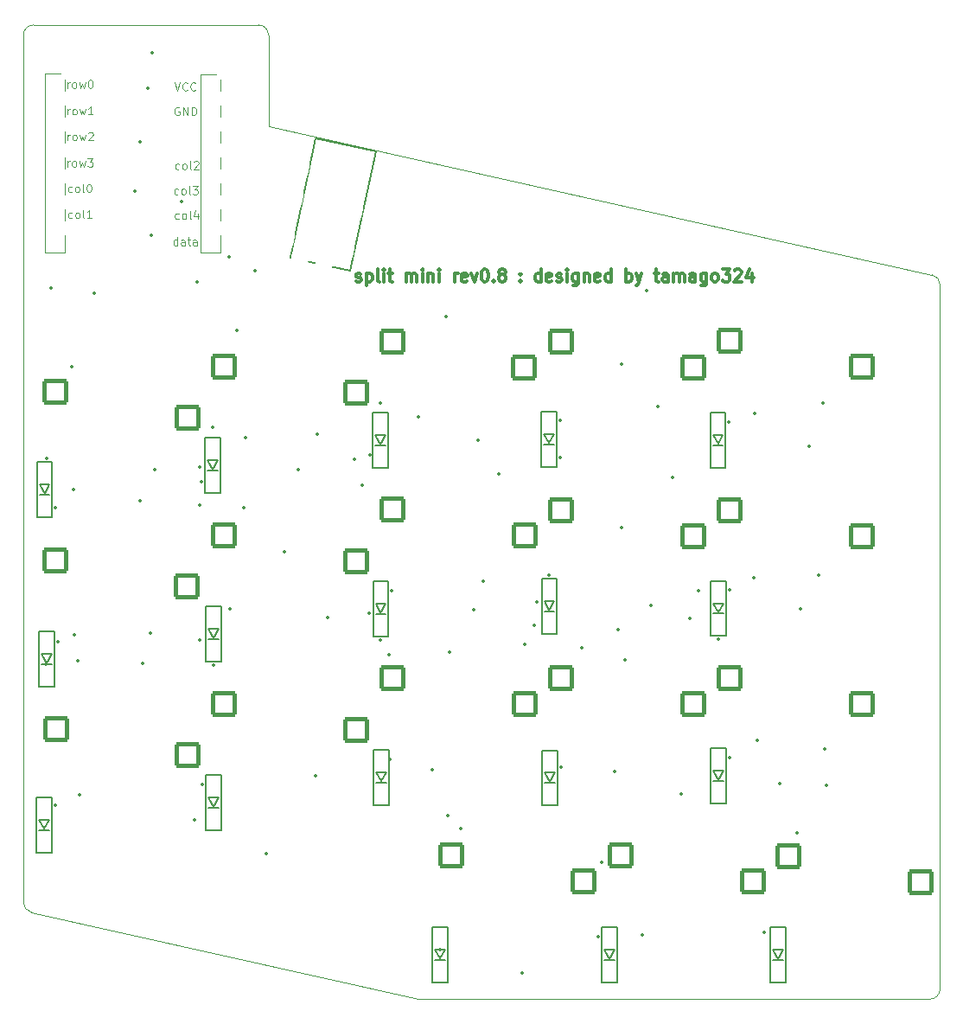
<source format=gto>
%TF.GenerationSoftware,KiCad,Pcbnew,(6.0.6)*%
%TF.CreationDate,2022-11-27T23:56:06+09:00*%
%TF.ProjectId,split-mini,73706c69-742d-46d6-996e-692e6b696361,rev?*%
%TF.SameCoordinates,Original*%
%TF.FileFunction,Legend,Top*%
%TF.FilePolarity,Positive*%
%FSLAX46Y46*%
G04 Gerber Fmt 4.6, Leading zero omitted, Abs format (unit mm)*
G04 Created by KiCad (PCBNEW (6.0.6)) date 2022-11-27 23:56:06*
%MOMM*%
%LPD*%
G01*
G04 APERTURE LIST*
G04 Aperture macros list*
%AMRoundRect*
0 Rectangle with rounded corners*
0 $1 Rounding radius*
0 $2 $3 $4 $5 $6 $7 $8 $9 X,Y pos of 4 corners*
0 Add a 4 corners polygon primitive as box body*
4,1,4,$2,$3,$4,$5,$6,$7,$8,$9,$2,$3,0*
0 Add four circle primitives for the rounded corners*
1,1,$1+$1,$2,$3*
1,1,$1+$1,$4,$5*
1,1,$1+$1,$6,$7*
1,1,$1+$1,$8,$9*
0 Add four rect primitives between the rounded corners*
20,1,$1+$1,$2,$3,$4,$5,0*
20,1,$1+$1,$4,$5,$6,$7,0*
20,1,$1+$1,$6,$7,$8,$9,0*
20,1,$1+$1,$8,$9,$2,$3,0*%
%AMHorizOval*
0 Thick line with rounded ends*
0 $1 width*
0 $2 $3 position (X,Y) of the first rounded end (center of the circle)*
0 $4 $5 position (X,Y) of the second rounded end (center of the circle)*
0 Add line between two ends*
20,1,$1,$2,$3,$4,$5,0*
0 Add two circle primitives to create the rounded ends*
1,1,$1,$2,$3*
1,1,$1,$4,$5*%
G04 Aperture macros list end*
%TA.AperFunction,Profile*%
%ADD10C,0.100000*%
%TD*%
%ADD11C,0.300000*%
%ADD12C,0.100000*%
%ADD13C,0.150000*%
%ADD14C,0.120000*%
%ADD15C,1.200000*%
%ADD16HorizOval,1.700000X-0.083165X-0.391259X0.083165X0.391259X0*%
%ADD17C,1.600000*%
%ADD18C,0.350000*%
%ADD19HorizOval,1.000000X-0.051978X-0.244537X0.051978X0.244537X0*%
%ADD20R,0.950000X1.300000*%
%ADD21C,1.701800*%
%ADD22C,3.987800*%
%ADD23C,3.000000*%
%ADD24RoundRect,0.200000X-1.075000X-1.050000X1.075000X-1.050000X1.075000X1.050000X-1.075000X1.050000X0*%
%ADD25C,5.000000*%
G04 APERTURE END LIST*
D10*
X113700000Y-47980000D02*
X48706692Y-33440758D01*
X114481692Y-117888869D02*
X114481692Y-48955880D01*
X25706692Y-23513892D02*
G75*
G03*
X24706692Y-24513869I8J-1000008D01*
G01*
X113481692Y-118888892D02*
G75*
G03*
X114481692Y-117888869I8J999992D01*
G01*
X114481737Y-48955880D02*
G75*
G03*
X113700000Y-47980000I-1000137J-120D01*
G01*
X63592178Y-118888869D02*
X113481692Y-118888869D01*
X25488384Y-110389626D02*
X63373870Y-118864748D01*
X63373868Y-118864755D02*
G75*
G03*
X63592178Y-118888869I218232J975455D01*
G01*
X24706692Y-24513869D02*
X24706692Y-109413746D01*
X24706653Y-109413746D02*
G75*
G03*
X25488384Y-110389626I1000047J46D01*
G01*
X47706692Y-23513869D02*
X25706692Y-23513869D01*
X48706731Y-24513869D02*
G75*
G03*
X47706692Y-23513869I-1000031J-31D01*
G01*
X48706692Y-24513869D02*
X48706692Y-33440758D01*
D11*
X57262857Y-48585714D02*
X57377142Y-48642857D01*
X57605714Y-48642857D01*
X57720000Y-48585714D01*
X57777142Y-48471428D01*
X57777142Y-48414285D01*
X57720000Y-48300000D01*
X57605714Y-48242857D01*
X57434285Y-48242857D01*
X57320000Y-48185714D01*
X57262857Y-48071428D01*
X57262857Y-48014285D01*
X57320000Y-47900000D01*
X57434285Y-47842857D01*
X57605714Y-47842857D01*
X57720000Y-47900000D01*
X58291428Y-47842857D02*
X58291428Y-49042857D01*
X58291428Y-47900000D02*
X58405714Y-47842857D01*
X58634285Y-47842857D01*
X58748571Y-47900000D01*
X58805714Y-47957142D01*
X58862857Y-48071428D01*
X58862857Y-48414285D01*
X58805714Y-48528571D01*
X58748571Y-48585714D01*
X58634285Y-48642857D01*
X58405714Y-48642857D01*
X58291428Y-48585714D01*
X59548571Y-48642857D02*
X59434285Y-48585714D01*
X59377142Y-48471428D01*
X59377142Y-47442857D01*
X60005714Y-48642857D02*
X60005714Y-47842857D01*
X60005714Y-47442857D02*
X59948571Y-47500000D01*
X60005714Y-47557142D01*
X60062857Y-47500000D01*
X60005714Y-47442857D01*
X60005714Y-47557142D01*
X60405714Y-47842857D02*
X60862857Y-47842857D01*
X60577142Y-47442857D02*
X60577142Y-48471428D01*
X60634285Y-48585714D01*
X60748571Y-48642857D01*
X60862857Y-48642857D01*
X62177142Y-48642857D02*
X62177142Y-47842857D01*
X62177142Y-47957142D02*
X62234285Y-47900000D01*
X62348571Y-47842857D01*
X62520000Y-47842857D01*
X62634285Y-47900000D01*
X62691428Y-48014285D01*
X62691428Y-48642857D01*
X62691428Y-48014285D02*
X62748571Y-47900000D01*
X62862857Y-47842857D01*
X63034285Y-47842857D01*
X63148571Y-47900000D01*
X63205714Y-48014285D01*
X63205714Y-48642857D01*
X63777142Y-48642857D02*
X63777142Y-47842857D01*
X63777142Y-47442857D02*
X63720000Y-47500000D01*
X63777142Y-47557142D01*
X63834285Y-47500000D01*
X63777142Y-47442857D01*
X63777142Y-47557142D01*
X64348571Y-47842857D02*
X64348571Y-48642857D01*
X64348571Y-47957142D02*
X64405714Y-47900000D01*
X64520000Y-47842857D01*
X64691428Y-47842857D01*
X64805714Y-47900000D01*
X64862857Y-48014285D01*
X64862857Y-48642857D01*
X65434285Y-48642857D02*
X65434285Y-47842857D01*
X65434285Y-47442857D02*
X65377142Y-47500000D01*
X65434285Y-47557142D01*
X65491428Y-47500000D01*
X65434285Y-47442857D01*
X65434285Y-47557142D01*
X66920000Y-48642857D02*
X66920000Y-47842857D01*
X66920000Y-48071428D02*
X66977142Y-47957142D01*
X67034285Y-47900000D01*
X67148571Y-47842857D01*
X67262857Y-47842857D01*
X68120000Y-48585714D02*
X68005714Y-48642857D01*
X67777142Y-48642857D01*
X67662857Y-48585714D01*
X67605714Y-48471428D01*
X67605714Y-48014285D01*
X67662857Y-47900000D01*
X67777142Y-47842857D01*
X68005714Y-47842857D01*
X68120000Y-47900000D01*
X68177142Y-48014285D01*
X68177142Y-48128571D01*
X67605714Y-48242857D01*
X68577142Y-47842857D02*
X68862857Y-48642857D01*
X69148571Y-47842857D01*
X69834285Y-47442857D02*
X69948571Y-47442857D01*
X70062857Y-47500000D01*
X70120000Y-47557142D01*
X70177142Y-47671428D01*
X70234285Y-47900000D01*
X70234285Y-48185714D01*
X70177142Y-48414285D01*
X70120000Y-48528571D01*
X70062857Y-48585714D01*
X69948571Y-48642857D01*
X69834285Y-48642857D01*
X69720000Y-48585714D01*
X69662857Y-48528571D01*
X69605714Y-48414285D01*
X69548571Y-48185714D01*
X69548571Y-47900000D01*
X69605714Y-47671428D01*
X69662857Y-47557142D01*
X69720000Y-47500000D01*
X69834285Y-47442857D01*
X70748571Y-48528571D02*
X70805714Y-48585714D01*
X70748571Y-48642857D01*
X70691428Y-48585714D01*
X70748571Y-48528571D01*
X70748571Y-48642857D01*
X71491428Y-47957142D02*
X71377142Y-47900000D01*
X71320000Y-47842857D01*
X71262857Y-47728571D01*
X71262857Y-47671428D01*
X71320000Y-47557142D01*
X71377142Y-47500000D01*
X71491428Y-47442857D01*
X71720000Y-47442857D01*
X71834285Y-47500000D01*
X71891428Y-47557142D01*
X71948571Y-47671428D01*
X71948571Y-47728571D01*
X71891428Y-47842857D01*
X71834285Y-47900000D01*
X71720000Y-47957142D01*
X71491428Y-47957142D01*
X71377142Y-48014285D01*
X71320000Y-48071428D01*
X71262857Y-48185714D01*
X71262857Y-48414285D01*
X71320000Y-48528571D01*
X71377142Y-48585714D01*
X71491428Y-48642857D01*
X71720000Y-48642857D01*
X71834285Y-48585714D01*
X71891428Y-48528571D01*
X71948571Y-48414285D01*
X71948571Y-48185714D01*
X71891428Y-48071428D01*
X71834285Y-48014285D01*
X71720000Y-47957142D01*
X73377142Y-48528571D02*
X73434285Y-48585714D01*
X73377142Y-48642857D01*
X73320000Y-48585714D01*
X73377142Y-48528571D01*
X73377142Y-48642857D01*
X73377142Y-47900000D02*
X73434285Y-47957142D01*
X73377142Y-48014285D01*
X73320000Y-47957142D01*
X73377142Y-47900000D01*
X73377142Y-48014285D01*
X75377142Y-48642857D02*
X75377142Y-47442857D01*
X75377142Y-48585714D02*
X75262857Y-48642857D01*
X75034285Y-48642857D01*
X74920000Y-48585714D01*
X74862857Y-48528571D01*
X74805714Y-48414285D01*
X74805714Y-48071428D01*
X74862857Y-47957142D01*
X74920000Y-47900000D01*
X75034285Y-47842857D01*
X75262857Y-47842857D01*
X75377142Y-47900000D01*
X76405714Y-48585714D02*
X76291428Y-48642857D01*
X76062857Y-48642857D01*
X75948571Y-48585714D01*
X75891428Y-48471428D01*
X75891428Y-48014285D01*
X75948571Y-47900000D01*
X76062857Y-47842857D01*
X76291428Y-47842857D01*
X76405714Y-47900000D01*
X76462857Y-48014285D01*
X76462857Y-48128571D01*
X75891428Y-48242857D01*
X76920000Y-48585714D02*
X77034285Y-48642857D01*
X77262857Y-48642857D01*
X77377142Y-48585714D01*
X77434285Y-48471428D01*
X77434285Y-48414285D01*
X77377142Y-48300000D01*
X77262857Y-48242857D01*
X77091428Y-48242857D01*
X76977142Y-48185714D01*
X76920000Y-48071428D01*
X76920000Y-48014285D01*
X76977142Y-47900000D01*
X77091428Y-47842857D01*
X77262857Y-47842857D01*
X77377142Y-47900000D01*
X77948571Y-48642857D02*
X77948571Y-47842857D01*
X77948571Y-47442857D02*
X77891428Y-47500000D01*
X77948571Y-47557142D01*
X78005714Y-47500000D01*
X77948571Y-47442857D01*
X77948571Y-47557142D01*
X79034285Y-47842857D02*
X79034285Y-48814285D01*
X78977142Y-48928571D01*
X78920000Y-48985714D01*
X78805714Y-49042857D01*
X78634285Y-49042857D01*
X78520000Y-48985714D01*
X79034285Y-48585714D02*
X78920000Y-48642857D01*
X78691428Y-48642857D01*
X78577142Y-48585714D01*
X78520000Y-48528571D01*
X78462857Y-48414285D01*
X78462857Y-48071428D01*
X78520000Y-47957142D01*
X78577142Y-47900000D01*
X78691428Y-47842857D01*
X78920000Y-47842857D01*
X79034285Y-47900000D01*
X79605714Y-47842857D02*
X79605714Y-48642857D01*
X79605714Y-47957142D02*
X79662857Y-47900000D01*
X79777142Y-47842857D01*
X79948571Y-47842857D01*
X80062857Y-47900000D01*
X80120000Y-48014285D01*
X80120000Y-48642857D01*
X81148571Y-48585714D02*
X81034285Y-48642857D01*
X80805714Y-48642857D01*
X80691428Y-48585714D01*
X80634285Y-48471428D01*
X80634285Y-48014285D01*
X80691428Y-47900000D01*
X80805714Y-47842857D01*
X81034285Y-47842857D01*
X81148571Y-47900000D01*
X81205714Y-48014285D01*
X81205714Y-48128571D01*
X80634285Y-48242857D01*
X82234285Y-48642857D02*
X82234285Y-47442857D01*
X82234285Y-48585714D02*
X82120000Y-48642857D01*
X81891428Y-48642857D01*
X81777142Y-48585714D01*
X81720000Y-48528571D01*
X81662857Y-48414285D01*
X81662857Y-48071428D01*
X81720000Y-47957142D01*
X81777142Y-47900000D01*
X81891428Y-47842857D01*
X82120000Y-47842857D01*
X82234285Y-47900000D01*
X83720000Y-48642857D02*
X83720000Y-47442857D01*
X83720000Y-47900000D02*
X83834285Y-47842857D01*
X84062857Y-47842857D01*
X84177142Y-47900000D01*
X84234285Y-47957142D01*
X84291428Y-48071428D01*
X84291428Y-48414285D01*
X84234285Y-48528571D01*
X84177142Y-48585714D01*
X84062857Y-48642857D01*
X83834285Y-48642857D01*
X83720000Y-48585714D01*
X84691428Y-47842857D02*
X84977142Y-48642857D01*
X85262857Y-47842857D02*
X84977142Y-48642857D01*
X84862857Y-48928571D01*
X84805714Y-48985714D01*
X84691428Y-49042857D01*
X86462857Y-47842857D02*
X86920000Y-47842857D01*
X86634285Y-47442857D02*
X86634285Y-48471428D01*
X86691428Y-48585714D01*
X86805714Y-48642857D01*
X86920000Y-48642857D01*
X87834285Y-48642857D02*
X87834285Y-48014285D01*
X87777142Y-47900000D01*
X87662857Y-47842857D01*
X87434285Y-47842857D01*
X87320000Y-47900000D01*
X87834285Y-48585714D02*
X87720000Y-48642857D01*
X87434285Y-48642857D01*
X87320000Y-48585714D01*
X87262857Y-48471428D01*
X87262857Y-48357142D01*
X87320000Y-48242857D01*
X87434285Y-48185714D01*
X87720000Y-48185714D01*
X87834285Y-48128571D01*
X88405714Y-48642857D02*
X88405714Y-47842857D01*
X88405714Y-47957142D02*
X88462857Y-47900000D01*
X88577142Y-47842857D01*
X88748571Y-47842857D01*
X88862857Y-47900000D01*
X88920000Y-48014285D01*
X88920000Y-48642857D01*
X88920000Y-48014285D02*
X88977142Y-47900000D01*
X89091428Y-47842857D01*
X89262857Y-47842857D01*
X89377142Y-47900000D01*
X89434285Y-48014285D01*
X89434285Y-48642857D01*
X90520000Y-48642857D02*
X90520000Y-48014285D01*
X90462857Y-47900000D01*
X90348571Y-47842857D01*
X90120000Y-47842857D01*
X90005714Y-47900000D01*
X90520000Y-48585714D02*
X90405714Y-48642857D01*
X90120000Y-48642857D01*
X90005714Y-48585714D01*
X89948571Y-48471428D01*
X89948571Y-48357142D01*
X90005714Y-48242857D01*
X90120000Y-48185714D01*
X90405714Y-48185714D01*
X90520000Y-48128571D01*
X91605714Y-47842857D02*
X91605714Y-48814285D01*
X91548571Y-48928571D01*
X91491428Y-48985714D01*
X91377142Y-49042857D01*
X91205714Y-49042857D01*
X91091428Y-48985714D01*
X91605714Y-48585714D02*
X91491428Y-48642857D01*
X91262857Y-48642857D01*
X91148571Y-48585714D01*
X91091428Y-48528571D01*
X91034285Y-48414285D01*
X91034285Y-48071428D01*
X91091428Y-47957142D01*
X91148571Y-47900000D01*
X91262857Y-47842857D01*
X91491428Y-47842857D01*
X91605714Y-47900000D01*
X92348571Y-48642857D02*
X92234285Y-48585714D01*
X92177142Y-48528571D01*
X92120000Y-48414285D01*
X92120000Y-48071428D01*
X92177142Y-47957142D01*
X92234285Y-47900000D01*
X92348571Y-47842857D01*
X92520000Y-47842857D01*
X92634285Y-47900000D01*
X92691428Y-47957142D01*
X92748571Y-48071428D01*
X92748571Y-48414285D01*
X92691428Y-48528571D01*
X92634285Y-48585714D01*
X92520000Y-48642857D01*
X92348571Y-48642857D01*
X93148571Y-47442857D02*
X93891428Y-47442857D01*
X93491428Y-47900000D01*
X93662857Y-47900000D01*
X93777142Y-47957142D01*
X93834285Y-48014285D01*
X93891428Y-48128571D01*
X93891428Y-48414285D01*
X93834285Y-48528571D01*
X93777142Y-48585714D01*
X93662857Y-48642857D01*
X93320000Y-48642857D01*
X93205714Y-48585714D01*
X93148571Y-48528571D01*
X94348571Y-47557142D02*
X94405714Y-47500000D01*
X94520000Y-47442857D01*
X94805714Y-47442857D01*
X94920000Y-47500000D01*
X94977142Y-47557142D01*
X95034285Y-47671428D01*
X95034285Y-47785714D01*
X94977142Y-47957142D01*
X94291428Y-48642857D01*
X95034285Y-48642857D01*
X96062857Y-47842857D02*
X96062857Y-48642857D01*
X95777142Y-47385714D02*
X95491428Y-48242857D01*
X96234285Y-48242857D01*
D12*
%TO.C,U1*%
X39960476Y-31605000D02*
X39884285Y-31566904D01*
X39770000Y-31566904D01*
X39655714Y-31605000D01*
X39579523Y-31681190D01*
X39541428Y-31757380D01*
X39503333Y-31909761D01*
X39503333Y-32024047D01*
X39541428Y-32176428D01*
X39579523Y-32252619D01*
X39655714Y-32328809D01*
X39770000Y-32366904D01*
X39846190Y-32366904D01*
X39960476Y-32328809D01*
X39998571Y-32290714D01*
X39998571Y-32024047D01*
X39846190Y-32024047D01*
X40341428Y-32366904D02*
X40341428Y-31566904D01*
X40798571Y-32366904D01*
X40798571Y-31566904D01*
X41179523Y-32366904D02*
X41179523Y-31566904D01*
X41370000Y-31566904D01*
X41484285Y-31605000D01*
X41560476Y-31681190D01*
X41598571Y-31757380D01*
X41636666Y-31909761D01*
X41636666Y-32024047D01*
X41598571Y-32176428D01*
X41560476Y-32252619D01*
X41484285Y-32328809D01*
X41370000Y-32366904D01*
X41179523Y-32366904D01*
X29020952Y-29696904D02*
X29020952Y-29163571D01*
X29020952Y-29315952D02*
X29059047Y-29239761D01*
X29097142Y-29201666D01*
X29173333Y-29163571D01*
X29249523Y-29163571D01*
X29630476Y-29696904D02*
X29554285Y-29658809D01*
X29516190Y-29620714D01*
X29478095Y-29544523D01*
X29478095Y-29315952D01*
X29516190Y-29239761D01*
X29554285Y-29201666D01*
X29630476Y-29163571D01*
X29744761Y-29163571D01*
X29820952Y-29201666D01*
X29859047Y-29239761D01*
X29897142Y-29315952D01*
X29897142Y-29544523D01*
X29859047Y-29620714D01*
X29820952Y-29658809D01*
X29744761Y-29696904D01*
X29630476Y-29696904D01*
X30163809Y-29163571D02*
X30316190Y-29696904D01*
X30468571Y-29315952D01*
X30620952Y-29696904D01*
X30773333Y-29163571D01*
X31230476Y-28896904D02*
X31306666Y-28896904D01*
X31382857Y-28935000D01*
X31420952Y-28973095D01*
X31459047Y-29049285D01*
X31497142Y-29201666D01*
X31497142Y-29392142D01*
X31459047Y-29544523D01*
X31420952Y-29620714D01*
X31382857Y-29658809D01*
X31306666Y-29696904D01*
X31230476Y-29696904D01*
X31154285Y-29658809D01*
X31116190Y-29620714D01*
X31078095Y-29544523D01*
X31040000Y-29392142D01*
X31040000Y-29201666D01*
X31078095Y-29049285D01*
X31116190Y-28973095D01*
X31154285Y-28935000D01*
X31230476Y-28896904D01*
X39858095Y-40068809D02*
X39781904Y-40106904D01*
X39629523Y-40106904D01*
X39553333Y-40068809D01*
X39515238Y-40030714D01*
X39477142Y-39954523D01*
X39477142Y-39725952D01*
X39515238Y-39649761D01*
X39553333Y-39611666D01*
X39629523Y-39573571D01*
X39781904Y-39573571D01*
X39858095Y-39611666D01*
X40315238Y-40106904D02*
X40239047Y-40068809D01*
X40200952Y-40030714D01*
X40162857Y-39954523D01*
X40162857Y-39725952D01*
X40200952Y-39649761D01*
X40239047Y-39611666D01*
X40315238Y-39573571D01*
X40429523Y-39573571D01*
X40505714Y-39611666D01*
X40543809Y-39649761D01*
X40581904Y-39725952D01*
X40581904Y-39954523D01*
X40543809Y-40030714D01*
X40505714Y-40068809D01*
X40429523Y-40106904D01*
X40315238Y-40106904D01*
X41039047Y-40106904D02*
X40962857Y-40068809D01*
X40924761Y-39992619D01*
X40924761Y-39306904D01*
X41267619Y-39306904D02*
X41762857Y-39306904D01*
X41496190Y-39611666D01*
X41610476Y-39611666D01*
X41686666Y-39649761D01*
X41724761Y-39687857D01*
X41762857Y-39764047D01*
X41762857Y-39954523D01*
X41724761Y-40030714D01*
X41686666Y-40068809D01*
X41610476Y-40106904D01*
X41381904Y-40106904D01*
X41305714Y-40068809D01*
X41267619Y-40030714D01*
X39503333Y-29146904D02*
X39770000Y-29946904D01*
X40036666Y-29146904D01*
X40760476Y-29870714D02*
X40722380Y-29908809D01*
X40608095Y-29946904D01*
X40531904Y-29946904D01*
X40417619Y-29908809D01*
X40341428Y-29832619D01*
X40303333Y-29756428D01*
X40265238Y-29604047D01*
X40265238Y-29489761D01*
X40303333Y-29337380D01*
X40341428Y-29261190D01*
X40417619Y-29185000D01*
X40531904Y-29146904D01*
X40608095Y-29146904D01*
X40722380Y-29185000D01*
X40760476Y-29223095D01*
X41560476Y-29870714D02*
X41522380Y-29908809D01*
X41408095Y-29946904D01*
X41331904Y-29946904D01*
X41217619Y-29908809D01*
X41141428Y-29832619D01*
X41103333Y-29756428D01*
X41065238Y-29604047D01*
X41065238Y-29489761D01*
X41103333Y-29337380D01*
X41141428Y-29261190D01*
X41217619Y-29185000D01*
X41331904Y-29146904D01*
X41408095Y-29146904D01*
X41522380Y-29185000D01*
X41560476Y-29223095D01*
X29030952Y-32296904D02*
X29030952Y-31763571D01*
X29030952Y-31915952D02*
X29069047Y-31839761D01*
X29107142Y-31801666D01*
X29183333Y-31763571D01*
X29259523Y-31763571D01*
X29640476Y-32296904D02*
X29564285Y-32258809D01*
X29526190Y-32220714D01*
X29488095Y-32144523D01*
X29488095Y-31915952D01*
X29526190Y-31839761D01*
X29564285Y-31801666D01*
X29640476Y-31763571D01*
X29754761Y-31763571D01*
X29830952Y-31801666D01*
X29869047Y-31839761D01*
X29907142Y-31915952D01*
X29907142Y-32144523D01*
X29869047Y-32220714D01*
X29830952Y-32258809D01*
X29754761Y-32296904D01*
X29640476Y-32296904D01*
X30173809Y-31763571D02*
X30326190Y-32296904D01*
X30478571Y-31915952D01*
X30630952Y-32296904D01*
X30783333Y-31763571D01*
X31507142Y-32296904D02*
X31050000Y-32296904D01*
X31278571Y-32296904D02*
X31278571Y-31496904D01*
X31202380Y-31611190D01*
X31126190Y-31687380D01*
X31050000Y-31725476D01*
X29478095Y-42398809D02*
X29401904Y-42436904D01*
X29249523Y-42436904D01*
X29173333Y-42398809D01*
X29135238Y-42360714D01*
X29097142Y-42284523D01*
X29097142Y-42055952D01*
X29135238Y-41979761D01*
X29173333Y-41941666D01*
X29249523Y-41903571D01*
X29401904Y-41903571D01*
X29478095Y-41941666D01*
X29935238Y-42436904D02*
X29859047Y-42398809D01*
X29820952Y-42360714D01*
X29782857Y-42284523D01*
X29782857Y-42055952D01*
X29820952Y-41979761D01*
X29859047Y-41941666D01*
X29935238Y-41903571D01*
X30049523Y-41903571D01*
X30125714Y-41941666D01*
X30163809Y-41979761D01*
X30201904Y-42055952D01*
X30201904Y-42284523D01*
X30163809Y-42360714D01*
X30125714Y-42398809D01*
X30049523Y-42436904D01*
X29935238Y-42436904D01*
X30659047Y-42436904D02*
X30582857Y-42398809D01*
X30544761Y-42322619D01*
X30544761Y-41636904D01*
X31382857Y-42436904D02*
X30925714Y-42436904D01*
X31154285Y-42436904D02*
X31154285Y-41636904D01*
X31078095Y-41751190D01*
X31001904Y-41827380D01*
X30925714Y-41865476D01*
X39958095Y-37608809D02*
X39881904Y-37646904D01*
X39729523Y-37646904D01*
X39653333Y-37608809D01*
X39615238Y-37570714D01*
X39577142Y-37494523D01*
X39577142Y-37265952D01*
X39615238Y-37189761D01*
X39653333Y-37151666D01*
X39729523Y-37113571D01*
X39881904Y-37113571D01*
X39958095Y-37151666D01*
X40415238Y-37646904D02*
X40339047Y-37608809D01*
X40300952Y-37570714D01*
X40262857Y-37494523D01*
X40262857Y-37265952D01*
X40300952Y-37189761D01*
X40339047Y-37151666D01*
X40415238Y-37113571D01*
X40529523Y-37113571D01*
X40605714Y-37151666D01*
X40643809Y-37189761D01*
X40681904Y-37265952D01*
X40681904Y-37494523D01*
X40643809Y-37570714D01*
X40605714Y-37608809D01*
X40529523Y-37646904D01*
X40415238Y-37646904D01*
X41139047Y-37646904D02*
X41062857Y-37608809D01*
X41024761Y-37532619D01*
X41024761Y-36846904D01*
X41405714Y-36923095D02*
X41443809Y-36885000D01*
X41520000Y-36846904D01*
X41710476Y-36846904D01*
X41786666Y-36885000D01*
X41824761Y-36923095D01*
X41862857Y-36999285D01*
X41862857Y-37075476D01*
X41824761Y-37189761D01*
X41367619Y-37646904D01*
X41862857Y-37646904D01*
X39769047Y-45086904D02*
X39769047Y-44286904D01*
X39769047Y-45048809D02*
X39692857Y-45086904D01*
X39540476Y-45086904D01*
X39464285Y-45048809D01*
X39426190Y-45010714D01*
X39388095Y-44934523D01*
X39388095Y-44705952D01*
X39426190Y-44629761D01*
X39464285Y-44591666D01*
X39540476Y-44553571D01*
X39692857Y-44553571D01*
X39769047Y-44591666D01*
X40492857Y-45086904D02*
X40492857Y-44667857D01*
X40454761Y-44591666D01*
X40378571Y-44553571D01*
X40226190Y-44553571D01*
X40150000Y-44591666D01*
X40492857Y-45048809D02*
X40416666Y-45086904D01*
X40226190Y-45086904D01*
X40150000Y-45048809D01*
X40111904Y-44972619D01*
X40111904Y-44896428D01*
X40150000Y-44820238D01*
X40226190Y-44782142D01*
X40416666Y-44782142D01*
X40492857Y-44744047D01*
X40759523Y-44553571D02*
X41064285Y-44553571D01*
X40873809Y-44286904D02*
X40873809Y-44972619D01*
X40911904Y-45048809D01*
X40988095Y-45086904D01*
X41064285Y-45086904D01*
X41673809Y-45086904D02*
X41673809Y-44667857D01*
X41635714Y-44591666D01*
X41559523Y-44553571D01*
X41407142Y-44553571D01*
X41330952Y-44591666D01*
X41673809Y-45048809D02*
X41597619Y-45086904D01*
X41407142Y-45086904D01*
X41330952Y-45048809D01*
X41292857Y-44972619D01*
X41292857Y-44896428D01*
X41330952Y-44820238D01*
X41407142Y-44782142D01*
X41597619Y-44782142D01*
X41673809Y-44744047D01*
X29040952Y-34816904D02*
X29040952Y-34283571D01*
X29040952Y-34435952D02*
X29079047Y-34359761D01*
X29117142Y-34321666D01*
X29193333Y-34283571D01*
X29269523Y-34283571D01*
X29650476Y-34816904D02*
X29574285Y-34778809D01*
X29536190Y-34740714D01*
X29498095Y-34664523D01*
X29498095Y-34435952D01*
X29536190Y-34359761D01*
X29574285Y-34321666D01*
X29650476Y-34283571D01*
X29764761Y-34283571D01*
X29840952Y-34321666D01*
X29879047Y-34359761D01*
X29917142Y-34435952D01*
X29917142Y-34664523D01*
X29879047Y-34740714D01*
X29840952Y-34778809D01*
X29764761Y-34816904D01*
X29650476Y-34816904D01*
X30183809Y-34283571D02*
X30336190Y-34816904D01*
X30488571Y-34435952D01*
X30640952Y-34816904D01*
X30793333Y-34283571D01*
X31060000Y-34093095D02*
X31098095Y-34055000D01*
X31174285Y-34016904D01*
X31364761Y-34016904D01*
X31440952Y-34055000D01*
X31479047Y-34093095D01*
X31517142Y-34169285D01*
X31517142Y-34245476D01*
X31479047Y-34359761D01*
X31021904Y-34816904D01*
X31517142Y-34816904D01*
X29458095Y-39858809D02*
X29381904Y-39896904D01*
X29229523Y-39896904D01*
X29153333Y-39858809D01*
X29115238Y-39820714D01*
X29077142Y-39744523D01*
X29077142Y-39515952D01*
X29115238Y-39439761D01*
X29153333Y-39401666D01*
X29229523Y-39363571D01*
X29381904Y-39363571D01*
X29458095Y-39401666D01*
X29915238Y-39896904D02*
X29839047Y-39858809D01*
X29800952Y-39820714D01*
X29762857Y-39744523D01*
X29762857Y-39515952D01*
X29800952Y-39439761D01*
X29839047Y-39401666D01*
X29915238Y-39363571D01*
X30029523Y-39363571D01*
X30105714Y-39401666D01*
X30143809Y-39439761D01*
X30181904Y-39515952D01*
X30181904Y-39744523D01*
X30143809Y-39820714D01*
X30105714Y-39858809D01*
X30029523Y-39896904D01*
X29915238Y-39896904D01*
X30639047Y-39896904D02*
X30562857Y-39858809D01*
X30524761Y-39782619D01*
X30524761Y-39096904D01*
X31096190Y-39096904D02*
X31172380Y-39096904D01*
X31248571Y-39135000D01*
X31286666Y-39173095D01*
X31324761Y-39249285D01*
X31362857Y-39401666D01*
X31362857Y-39592142D01*
X31324761Y-39744523D01*
X31286666Y-39820714D01*
X31248571Y-39858809D01*
X31172380Y-39896904D01*
X31096190Y-39896904D01*
X31019999Y-39858809D01*
X30981904Y-39820714D01*
X30943809Y-39744523D01*
X30905714Y-39592142D01*
X30905714Y-39401666D01*
X30943809Y-39249285D01*
X30981904Y-39173095D01*
X31019999Y-39135000D01*
X31096190Y-39096904D01*
X39928095Y-42468809D02*
X39851904Y-42506904D01*
X39699523Y-42506904D01*
X39623333Y-42468809D01*
X39585238Y-42430714D01*
X39547142Y-42354523D01*
X39547142Y-42125952D01*
X39585238Y-42049761D01*
X39623333Y-42011666D01*
X39699523Y-41973571D01*
X39851904Y-41973571D01*
X39928095Y-42011666D01*
X40385238Y-42506904D02*
X40309047Y-42468809D01*
X40270952Y-42430714D01*
X40232857Y-42354523D01*
X40232857Y-42125952D01*
X40270952Y-42049761D01*
X40309047Y-42011666D01*
X40385238Y-41973571D01*
X40499523Y-41973571D01*
X40575714Y-42011666D01*
X40613809Y-42049761D01*
X40651904Y-42125952D01*
X40651904Y-42354523D01*
X40613809Y-42430714D01*
X40575714Y-42468809D01*
X40499523Y-42506904D01*
X40385238Y-42506904D01*
X41109047Y-42506904D02*
X41032857Y-42468809D01*
X40994761Y-42392619D01*
X40994761Y-41706904D01*
X41756666Y-41973571D02*
X41756666Y-42506904D01*
X41566190Y-41668809D02*
X41375714Y-42240238D01*
X41870952Y-42240238D01*
X29020952Y-37386904D02*
X29020952Y-36853571D01*
X29020952Y-37005952D02*
X29059047Y-36929761D01*
X29097142Y-36891666D01*
X29173333Y-36853571D01*
X29249523Y-36853571D01*
X29630476Y-37386904D02*
X29554285Y-37348809D01*
X29516190Y-37310714D01*
X29478095Y-37234523D01*
X29478095Y-37005952D01*
X29516190Y-36929761D01*
X29554285Y-36891666D01*
X29630476Y-36853571D01*
X29744761Y-36853571D01*
X29820952Y-36891666D01*
X29859047Y-36929761D01*
X29897142Y-37005952D01*
X29897142Y-37234523D01*
X29859047Y-37310714D01*
X29820952Y-37348809D01*
X29744761Y-37386904D01*
X29630476Y-37386904D01*
X30163809Y-36853571D02*
X30316190Y-37386904D01*
X30468571Y-37005952D01*
X30620952Y-37386904D01*
X30773333Y-36853571D01*
X31001904Y-36586904D02*
X31497142Y-36586904D01*
X31230476Y-36891666D01*
X31344761Y-36891666D01*
X31420952Y-36929761D01*
X31459047Y-36967857D01*
X31497142Y-37044047D01*
X31497142Y-37234523D01*
X31459047Y-37310714D01*
X31420952Y-37348809D01*
X31344761Y-37386904D01*
X31116190Y-37386904D01*
X31040000Y-37348809D01*
X31001904Y-37310714D01*
D13*
%TO.C,D7*%
X43310000Y-83540000D02*
X42810000Y-82640000D01*
X42810000Y-83640000D02*
X43810000Y-83640000D01*
X43810000Y-82640000D02*
X43310000Y-83540000D01*
X44060000Y-85840000D02*
X44060000Y-80440000D01*
X42560000Y-80440000D02*
X44060000Y-80440000D01*
X42560000Y-85840000D02*
X44060000Y-85840000D01*
X42560000Y-80440000D02*
X42560000Y-85840000D01*
X42810000Y-82640000D02*
X43810000Y-82640000D01*
%TO.C,D6*%
X26210000Y-82880000D02*
X27710000Y-82880000D01*
X27460000Y-85080000D02*
X26960000Y-85980000D01*
X26460000Y-86080000D02*
X27460000Y-86080000D01*
X26210000Y-82880000D02*
X26210000Y-88280000D01*
X26460000Y-85080000D02*
X27460000Y-85080000D01*
X26960000Y-85980000D02*
X26460000Y-85080000D01*
X26210000Y-88280000D02*
X27710000Y-88280000D01*
X27710000Y-88280000D02*
X27710000Y-82880000D01*
%TO.C,D9*%
X76210000Y-80860000D02*
X75710000Y-79960000D01*
X75460000Y-77760000D02*
X75460000Y-83160000D01*
X75710000Y-79960000D02*
X76710000Y-79960000D01*
X75460000Y-77760000D02*
X76960000Y-77760000D01*
X75710000Y-80960000D02*
X76710000Y-80960000D01*
X76960000Y-83160000D02*
X76960000Y-77760000D01*
X75460000Y-83160000D02*
X76960000Y-83160000D01*
X76710000Y-79960000D02*
X76210000Y-80860000D01*
%TO.C,D16*%
X66000000Y-114030000D02*
X65500000Y-114930000D01*
X64750000Y-111830000D02*
X64750000Y-117230000D01*
X65500000Y-114930000D02*
X65000000Y-114030000D01*
X64750000Y-117230000D02*
X66250000Y-117230000D01*
X64750000Y-111830000D02*
X66250000Y-111830000D01*
X65000000Y-115030000D02*
X66000000Y-115030000D01*
X65000000Y-114030000D02*
X66000000Y-114030000D01*
X66250000Y-117230000D02*
X66250000Y-111830000D01*
%TO.C,D11*%
X25980000Y-99130000D02*
X27480000Y-99130000D01*
X25980000Y-104530000D02*
X27480000Y-104530000D01*
X27230000Y-101330000D02*
X26730000Y-102230000D01*
X27480000Y-104530000D02*
X27480000Y-99130000D01*
X26230000Y-102330000D02*
X27230000Y-102330000D01*
X25980000Y-99130000D02*
X25980000Y-104530000D01*
X26730000Y-102230000D02*
X26230000Y-101330000D01*
X26230000Y-101330000D02*
X27230000Y-101330000D01*
%TO.C,D14*%
X75770000Y-96730000D02*
X76770000Y-96730000D01*
X75520000Y-94530000D02*
X77020000Y-94530000D01*
X75770000Y-97730000D02*
X76770000Y-97730000D01*
X77020000Y-99930000D02*
X77020000Y-94530000D01*
X76770000Y-96730000D02*
X76270000Y-97630000D01*
X75520000Y-94530000D02*
X75520000Y-99930000D01*
X75520000Y-99930000D02*
X77020000Y-99930000D01*
X76270000Y-97630000D02*
X75770000Y-96730000D01*
%TO.C,D17*%
X81330000Y-111840000D02*
X82830000Y-111840000D01*
X82080000Y-114940000D02*
X81580000Y-114040000D01*
X81330000Y-111840000D02*
X81330000Y-117240000D01*
X81330000Y-117240000D02*
X82830000Y-117240000D01*
X82580000Y-114040000D02*
X82080000Y-114940000D01*
X81580000Y-114040000D02*
X82580000Y-114040000D01*
X81580000Y-115040000D02*
X82580000Y-115040000D01*
X82830000Y-117240000D02*
X82830000Y-111840000D01*
%TO.C,D13*%
X60220000Y-96670000D02*
X59720000Y-97570000D01*
X59220000Y-96670000D02*
X60220000Y-96670000D01*
X59220000Y-97670000D02*
X60220000Y-97670000D01*
X58970000Y-94470000D02*
X58970000Y-99870000D01*
X58970000Y-99870000D02*
X60470000Y-99870000D01*
X58970000Y-94470000D02*
X60470000Y-94470000D01*
X60470000Y-99870000D02*
X60470000Y-94470000D01*
X59720000Y-97570000D02*
X59220000Y-96670000D01*
%TO.C,D1*%
X27270000Y-68510000D02*
X26770000Y-69410000D01*
X26020000Y-66310000D02*
X27520000Y-66310000D01*
X26770000Y-69410000D02*
X26270000Y-68510000D01*
X26270000Y-68510000D02*
X27270000Y-68510000D01*
X26020000Y-71710000D02*
X27520000Y-71710000D01*
X26270000Y-69510000D02*
X27270000Y-69510000D01*
X26020000Y-66310000D02*
X26020000Y-71710000D01*
X27520000Y-71710000D02*
X27520000Y-66310000D01*
%TO.C,D18*%
X98080000Y-114060000D02*
X99080000Y-114060000D01*
X98080000Y-115060000D02*
X99080000Y-115060000D01*
X97830000Y-117260000D02*
X99330000Y-117260000D01*
X99080000Y-114060000D02*
X98580000Y-114960000D01*
X98580000Y-114960000D02*
X98080000Y-114060000D01*
X97830000Y-111860000D02*
X99330000Y-111860000D01*
X97830000Y-111860000D02*
X97830000Y-117260000D01*
X99330000Y-117260000D02*
X99330000Y-111860000D01*
%TO.C,D4*%
X75430000Y-61370000D02*
X76930000Y-61370000D01*
X76680000Y-63570000D02*
X76180000Y-64470000D01*
X75680000Y-64570000D02*
X76680000Y-64570000D01*
X75680000Y-63570000D02*
X76680000Y-63570000D01*
X76180000Y-64470000D02*
X75680000Y-63570000D01*
X76930000Y-66770000D02*
X76930000Y-61370000D01*
X75430000Y-66770000D02*
X76930000Y-66770000D01*
X75430000Y-61370000D02*
X75430000Y-66770000D01*
%TO.C,D10*%
X92270000Y-80140000D02*
X93270000Y-80140000D01*
X92270000Y-81140000D02*
X93270000Y-81140000D01*
X92020000Y-77940000D02*
X93520000Y-77940000D01*
X92020000Y-77940000D02*
X92020000Y-83340000D01*
X93270000Y-80140000D02*
X92770000Y-81040000D01*
X92770000Y-81040000D02*
X92270000Y-80140000D01*
X93520000Y-83340000D02*
X93520000Y-77940000D01*
X92020000Y-83340000D02*
X93520000Y-83340000D01*
%TO.C,J1*%
X56702403Y-47594806D02*
X50833517Y-46347336D01*
X53328457Y-34609565D02*
X59197343Y-35857035D01*
X50833517Y-46347336D02*
X53328457Y-34609565D01*
X59197343Y-35857035D02*
X56702403Y-47594806D01*
%TO.C,D3*%
X59690000Y-64560000D02*
X59190000Y-63660000D01*
X60440000Y-66860000D02*
X60440000Y-61460000D01*
X58940000Y-61460000D02*
X58940000Y-66860000D01*
X58940000Y-66860000D02*
X60440000Y-66860000D01*
X60190000Y-63660000D02*
X59690000Y-64560000D01*
X59190000Y-63660000D02*
X60190000Y-63660000D01*
X59190000Y-64660000D02*
X60190000Y-64660000D01*
X58940000Y-61460000D02*
X60440000Y-61460000D01*
D14*
%TO.C,U1*%
X42010000Y-28325000D02*
X43980000Y-28325000D01*
X43980000Y-28325000D02*
X43980000Y-45815000D01*
X43980000Y-45815000D02*
X42010000Y-45815000D01*
X42010000Y-45815000D02*
X42010000Y-28325000D01*
X26800000Y-28305000D02*
X28770000Y-28305000D01*
X28770000Y-28305000D02*
X28770000Y-45795000D01*
X28770000Y-45795000D02*
X26800000Y-45795000D01*
X26800000Y-45795000D02*
X26800000Y-28305000D01*
D13*
%TO.C,D15*%
X92270000Y-96520000D02*
X93270000Y-96520000D01*
X93520000Y-99720000D02*
X93520000Y-94320000D01*
X92770000Y-97420000D02*
X92270000Y-96520000D01*
X92270000Y-97520000D02*
X93270000Y-97520000D01*
X92020000Y-94320000D02*
X92020000Y-99720000D01*
X93270000Y-96520000D02*
X92770000Y-97420000D01*
X92020000Y-99720000D02*
X93520000Y-99720000D01*
X92020000Y-94320000D02*
X93520000Y-94320000D01*
%TO.C,D5*%
X92730000Y-64550000D02*
X92230000Y-63650000D01*
X91980000Y-66850000D02*
X93480000Y-66850000D01*
X91980000Y-61450000D02*
X93480000Y-61450000D01*
X91980000Y-61450000D02*
X91980000Y-66850000D01*
X93230000Y-63650000D02*
X92730000Y-64550000D01*
X92230000Y-63650000D02*
X93230000Y-63650000D01*
X92230000Y-64650000D02*
X93230000Y-64650000D01*
X93480000Y-66850000D02*
X93480000Y-61450000D01*
%TO.C,D8*%
X58950000Y-78000000D02*
X58950000Y-83400000D01*
X59200000Y-81200000D02*
X60200000Y-81200000D01*
X59700000Y-81100000D02*
X59200000Y-80200000D01*
X60200000Y-80200000D02*
X59700000Y-81100000D01*
X60450000Y-83400000D02*
X60450000Y-78000000D01*
X58950000Y-78000000D02*
X60450000Y-78000000D01*
X58950000Y-83400000D02*
X60450000Y-83400000D01*
X59200000Y-80200000D02*
X60200000Y-80200000D01*
%TO.C,D2*%
X43240000Y-67040000D02*
X42740000Y-66140000D01*
X42490000Y-69340000D02*
X43990000Y-69340000D01*
X43740000Y-66140000D02*
X43240000Y-67040000D01*
X42740000Y-66140000D02*
X43740000Y-66140000D01*
X43990000Y-69340000D02*
X43990000Y-63940000D01*
X42490000Y-63940000D02*
X42490000Y-69340000D01*
X42490000Y-63940000D02*
X43990000Y-63940000D01*
X42740000Y-67140000D02*
X43740000Y-67140000D01*
%TO.C,D12*%
X42560000Y-102360000D02*
X44060000Y-102360000D01*
X43810000Y-99160000D02*
X43310000Y-100060000D01*
X43310000Y-100060000D02*
X42810000Y-99160000D01*
X44060000Y-102360000D02*
X44060000Y-96960000D01*
X42810000Y-99160000D02*
X43810000Y-99160000D01*
X42560000Y-96960000D02*
X42560000Y-102360000D01*
X42810000Y-100160000D02*
X43810000Y-100160000D01*
X42560000Y-96960000D02*
X44060000Y-96960000D01*
%TD*%
D15*
%TO.C,J1*%
X55951032Y-36700521D03*
X54495651Y-43547555D03*
X54239274Y-36336676D03*
X52783892Y-43183709D03*
D16*
X54151894Y-46848211D03*
X51755432Y-46338827D03*
X57630901Y-38897802D03*
X51810923Y-37660727D03*
X57007166Y-41832244D03*
X51187188Y-40595170D03*
X56175520Y-45744835D03*
X50355541Y-44507760D03*
%TD*%
D17*
%TO.C,U1*%
X27792500Y-29454000D03*
X27792500Y-31994000D03*
X27792500Y-34534000D03*
X27792500Y-37074000D03*
X27792500Y-39614000D03*
X27792500Y-42154000D03*
X27792500Y-44694000D03*
X43027500Y-44694000D03*
X43027500Y-42154000D03*
X43027500Y-39614000D03*
X43027500Y-37074000D03*
X43027500Y-34534000D03*
X43027500Y-31994000D03*
X43027500Y-29454000D03*
%TD*%
D18*
X42161000Y-68242500D03*
X77288900Y-65845000D03*
X27852700Y-70785000D03*
X58608100Y-65653400D03*
X27003900Y-65975900D03*
X43275000Y-62900000D03*
X59690000Y-60494700D03*
X77268600Y-62245400D03*
X93814000Y-62375000D03*
X28062200Y-83905100D03*
X46310000Y-70810000D03*
X44957700Y-80701600D03*
X60777200Y-78907400D03*
X76139100Y-77349000D03*
X93852100Y-78833600D03*
X59700000Y-83726700D03*
X74701400Y-82266600D03*
X26894700Y-86072300D03*
X43310000Y-86230700D03*
X92770000Y-83682800D03*
X27861900Y-99891200D03*
X42226200Y-97885000D03*
X60500000Y-85200000D03*
X60579000Y-95395000D03*
X77373600Y-96196300D03*
X79380000Y-84520000D03*
X93867200Y-95245000D03*
X65500000Y-114024600D03*
X80986400Y-112765000D03*
X97230000Y-112370000D03*
X100450000Y-102630000D03*
X89154700Y-98795000D03*
X41450000Y-101350000D03*
X73506700Y-116315000D03*
X30225000Y-98900000D03*
X101675000Y-64800000D03*
X69250000Y-64150000D03*
X103000000Y-60575000D03*
X53500000Y-63600000D03*
X36100000Y-70100000D03*
X37600000Y-67025000D03*
X29675000Y-83250000D03*
X58561671Y-81067675D03*
X74950000Y-79975000D03*
X64775000Y-96400000D03*
X48475000Y-104625000D03*
X83625000Y-85700000D03*
X103150000Y-94425000D03*
X30025000Y-85725000D03*
X41975000Y-70500000D03*
X71225000Y-67450000D03*
X96350000Y-61525000D03*
X41700000Y-48675000D03*
X46450000Y-63950000D03*
X44850000Y-46200000D03*
X83275000Y-72725000D03*
X53350000Y-97050000D03*
X82625000Y-96625000D03*
X31600000Y-49800000D03*
X29425000Y-56950000D03*
X102575000Y-77350000D03*
X86800000Y-60900000D03*
X51600000Y-67075000D03*
X29625000Y-68975000D03*
X90850000Y-78875000D03*
X88300000Y-67800000D03*
X37125000Y-83025000D03*
X57150000Y-66025000D03*
X37350000Y-26225000D03*
X68826917Y-80745070D03*
X41925000Y-83700000D03*
X86125000Y-80325000D03*
X57925000Y-68550000D03*
X100850000Y-80675000D03*
X35600000Y-39825000D03*
X82975000Y-82725000D03*
X69775000Y-77950000D03*
X36400000Y-86025000D03*
X37225000Y-44150000D03*
X85325000Y-112600000D03*
X47375000Y-47575000D03*
X66100000Y-52075000D03*
X54475000Y-81500000D03*
X63375000Y-61900000D03*
X66275000Y-100950000D03*
X96575000Y-93525000D03*
X83300000Y-56750000D03*
X66425000Y-84950000D03*
X96250000Y-77675000D03*
X50300000Y-75125000D03*
X41975000Y-66800000D03*
X36925000Y-29700000D03*
X36150000Y-34950000D03*
X98775000Y-97800000D03*
X27419600Y-49298700D03*
X40217900Y-40850500D03*
X45581200Y-53413200D03*
X67510000Y-102180000D03*
X73780000Y-84180000D03*
X85750000Y-49523900D03*
X81320700Y-105493000D03*
X89938900Y-81629800D03*
X103350000Y-97920000D03*
X28570000Y-81050000D03*
X33650000Y-81050000D03*
X37460000Y-78600000D03*
X36190000Y-75970000D03*
X29840000Y-78510000D03*
X38730000Y-81050000D03*
X31110000Y-75970000D03*
X29910000Y-94960000D03*
X37530000Y-95050000D03*
X38800000Y-97500000D03*
X31180000Y-92420000D03*
X36260000Y-92420000D03*
X33720000Y-97500000D03*
X28640000Y-97500000D03*
X88290000Y-76090000D03*
X87020000Y-73640000D03*
X83210000Y-76090000D03*
X85750000Y-71010000D03*
X78130000Y-76090000D03*
X80670000Y-71010000D03*
X79400000Y-73550000D03*
X66650000Y-59590000D03*
X61570000Y-59590000D03*
X71730000Y-59590000D03*
X64110000Y-54510000D03*
X69190000Y-54510000D03*
X70460000Y-57140000D03*
X62840000Y-57050000D03*
X104780000Y-59520000D03*
X95890000Y-56980000D03*
X94620000Y-59520000D03*
X99700000Y-59520000D03*
X103510000Y-57070000D03*
X97160000Y-54440000D03*
X102240000Y-54440000D03*
X99710000Y-49060000D03*
X97190000Y-87490000D03*
X102270000Y-87490000D03*
X104810000Y-92570000D03*
X103540000Y-90120000D03*
X99730000Y-92570000D03*
X94650000Y-92570000D03*
X95920000Y-90030000D03*
X47650000Y-73470000D03*
X55270000Y-78550000D03*
X50190000Y-78550000D03*
X46380000Y-76010000D03*
X52730000Y-73470000D03*
X45110000Y-78550000D03*
X54000000Y-76100000D03*
X60480000Y-112870000D03*
X67390000Y-109870000D03*
X72470000Y-109870000D03*
X68660000Y-107330000D03*
X69930000Y-104790000D03*
X77550000Y-109870000D03*
X75010000Y-104790000D03*
X76280000Y-107420000D03*
X33690000Y-108030000D03*
X102950000Y-104860000D03*
X105490000Y-109940000D03*
X110570000Y-109940000D03*
X109300000Y-107490000D03*
X108030000Y-104860000D03*
X101680000Y-107400000D03*
X100410000Y-109940000D03*
X55951032Y-36700521D03*
X54495651Y-43547555D03*
X54239274Y-36336676D03*
X52783892Y-43183709D03*
D19*
X54151894Y-46848211D03*
X51755432Y-46338827D03*
X57630901Y-38897802D03*
X51810923Y-37660727D03*
X57007166Y-41832244D03*
X51187188Y-40595170D03*
X56175520Y-45744835D03*
X50355541Y-44507760D03*
D18*
X69220000Y-70990000D03*
X71760000Y-76070000D03*
X64140000Y-70990000D03*
X62870000Y-73530000D03*
X70490000Y-73620000D03*
X61600000Y-76070000D03*
X66680000Y-76070000D03*
X110200000Y-93560000D03*
X86500000Y-104820000D03*
X92850000Y-107450000D03*
X89040000Y-109900000D03*
X85230000Y-107360000D03*
X83960000Y-109900000D03*
X94120000Y-109900000D03*
X91580000Y-104820000D03*
X27792500Y-29454000D03*
X44425000Y-28155000D03*
X44425000Y-30695000D03*
X27792500Y-31994000D03*
X44425000Y-33235000D03*
X27792500Y-34534000D03*
X27792500Y-37074000D03*
X44425000Y-35775000D03*
X44425000Y-38315000D03*
X27792500Y-39614000D03*
X44425000Y-40855000D03*
X27792500Y-42154000D03*
X44425000Y-43395000D03*
X27792500Y-44694000D03*
X43027500Y-44694000D03*
X29190000Y-43395000D03*
X43027500Y-42154000D03*
X29190000Y-40855000D03*
X29190000Y-38315000D03*
X43027500Y-39614000D03*
X43027500Y-37074000D03*
X29190000Y-35775000D03*
X43027500Y-34534000D03*
X29190000Y-33235000D03*
X29190000Y-30695000D03*
X43027500Y-31994000D03*
X43027500Y-29454000D03*
X29190000Y-28155000D03*
X95900000Y-73540000D03*
X104790000Y-76080000D03*
X102250000Y-71000000D03*
X94630000Y-76080000D03*
X99710000Y-76080000D03*
X103520000Y-73630000D03*
X97170000Y-71000000D03*
X46370000Y-59500000D03*
X52720000Y-56960000D03*
X55260000Y-62040000D03*
X50180000Y-62040000D03*
X45100000Y-62040000D03*
X47640000Y-56960000D03*
X53990000Y-59590000D03*
X66730000Y-92570000D03*
X70540000Y-90120000D03*
X62920000Y-90030000D03*
X71810000Y-92570000D03*
X64190000Y-87490000D03*
X69270000Y-87490000D03*
X61650000Y-92570000D03*
X33730000Y-54530000D03*
X52750000Y-89970000D03*
X54020000Y-92600000D03*
X45130000Y-95050000D03*
X55290000Y-95050000D03*
X50210000Y-95050000D03*
X47670000Y-89970000D03*
X46400000Y-92510000D03*
X85750000Y-87500000D03*
X88290000Y-92580000D03*
X80670000Y-87500000D03*
X78130000Y-92580000D03*
X79400000Y-90040000D03*
X83210000Y-92580000D03*
X87020000Y-90130000D03*
X36250000Y-59470000D03*
X37520000Y-62100000D03*
X33710000Y-64550000D03*
X28630000Y-64550000D03*
X31170000Y-59470000D03*
X29900000Y-62010000D03*
X38790000Y-64550000D03*
X87020000Y-57130000D03*
X80670000Y-54500000D03*
X78130000Y-59580000D03*
X79400000Y-57040000D03*
X83210000Y-59580000D03*
X85750000Y-54500000D03*
X88290000Y-59580000D03*
%LPC*%
D20*
%TO.C,D7*%
X43310000Y-84915000D03*
X43310000Y-81365000D03*
%TD*%
D21*
%TO.C,SW6*%
X28570000Y-81050000D03*
D22*
X33650000Y-81050000D03*
D23*
X37460000Y-78600000D03*
X36190000Y-75970000D03*
X29840000Y-78510000D03*
D21*
X38730000Y-81050000D03*
D23*
X31110000Y-75970000D03*
D24*
X40735000Y-78510000D03*
X27808000Y-75970000D03*
%TD*%
D23*
%TO.C,SW11*%
X29910000Y-94960000D03*
X37530000Y-95050000D03*
D21*
X38800000Y-97500000D03*
D23*
X31180000Y-92420000D03*
X36260000Y-92420000D03*
D22*
X33720000Y-97500000D03*
D21*
X28640000Y-97500000D03*
D24*
X40805000Y-94960000D03*
X27878000Y-92420000D03*
%TD*%
D20*
%TO.C,D6*%
X26960000Y-87355000D03*
X26960000Y-83805000D03*
%TD*%
D21*
%TO.C,SW9*%
X88290000Y-76090000D03*
D23*
X87020000Y-73640000D03*
D22*
X83210000Y-76090000D03*
D23*
X85750000Y-71010000D03*
D21*
X78130000Y-76090000D03*
D23*
X80670000Y-71010000D03*
X79400000Y-73550000D03*
D24*
X90295000Y-73550000D03*
X77368000Y-71010000D03*
%TD*%
D22*
%TO.C,SW3*%
X66650000Y-59590000D03*
D21*
X61570000Y-59590000D03*
X71730000Y-59590000D03*
D23*
X64110000Y-54510000D03*
X69190000Y-54510000D03*
X70460000Y-57140000D03*
X62840000Y-57050000D03*
D24*
X73735000Y-57050000D03*
X60808000Y-54510000D03*
%TD*%
D20*
%TO.C,D9*%
X76210000Y-82235000D03*
X76210000Y-78685000D03*
%TD*%
%TO.C,D16*%
X65500000Y-116305000D03*
X65500000Y-112755000D03*
%TD*%
%TO.C,D11*%
X26730000Y-103605000D03*
X26730000Y-100055000D03*
%TD*%
%TO.C,D14*%
X76270000Y-99005000D03*
X76270000Y-95455000D03*
%TD*%
%TO.C,D17*%
X82080000Y-116315000D03*
X82080000Y-112765000D03*
%TD*%
D21*
%TO.C,SW5*%
X104780000Y-59520000D03*
D23*
X95890000Y-56980000D03*
D21*
X94620000Y-59520000D03*
D22*
X99700000Y-59520000D03*
D23*
X103510000Y-57070000D03*
X97160000Y-54440000D03*
X102240000Y-54440000D03*
D24*
X106785000Y-56980000D03*
X93858000Y-54440000D03*
%TD*%
D25*
%TO.C,HOLE3*%
X99710000Y-49060000D03*
%TD*%
D23*
%TO.C,SW15*%
X97190000Y-87490000D03*
X102270000Y-87490000D03*
D21*
X104810000Y-92570000D03*
D23*
X103540000Y-90120000D03*
D22*
X99730000Y-92570000D03*
D21*
X94650000Y-92570000D03*
D23*
X95920000Y-90030000D03*
D24*
X106815000Y-90030000D03*
X93888000Y-87490000D03*
%TD*%
D20*
%TO.C,D13*%
X59720000Y-98945000D03*
X59720000Y-95395000D03*
%TD*%
D23*
%TO.C,SW7*%
X47650000Y-73470000D03*
D21*
X55270000Y-78550000D03*
D22*
X50190000Y-78550000D03*
D23*
X46380000Y-76010000D03*
X52730000Y-73470000D03*
D21*
X45110000Y-78550000D03*
D23*
X54000000Y-76100000D03*
D24*
X57275000Y-76010000D03*
X44348000Y-73470000D03*
%TD*%
D20*
%TO.C,D1*%
X26770000Y-70785000D03*
X26770000Y-67235000D03*
%TD*%
D25*
%TO.C,HOLE5*%
X60480000Y-112870000D03*
%TD*%
D21*
%TO.C,SW16*%
X67390000Y-109870000D03*
D22*
X72470000Y-109870000D03*
D23*
X68660000Y-107330000D03*
X69930000Y-104790000D03*
D21*
X77550000Y-109870000D03*
D23*
X75010000Y-104790000D03*
X76280000Y-107420000D03*
D24*
X79555000Y-107330000D03*
X66628000Y-104790000D03*
%TD*%
D20*
%TO.C,D18*%
X98580000Y-116335000D03*
X98580000Y-112785000D03*
%TD*%
D25*
%TO.C,HOLE4*%
X33690000Y-108030000D03*
%TD*%
D20*
%TO.C,D4*%
X76180000Y-65845000D03*
X76180000Y-62295000D03*
%TD*%
%TO.C,D10*%
X92770000Y-82415000D03*
X92770000Y-78865000D03*
%TD*%
D23*
%TO.C,SW18*%
X102950000Y-104860000D03*
D22*
X105490000Y-109940000D03*
D21*
X110570000Y-109940000D03*
D23*
X109300000Y-107490000D03*
X108030000Y-104860000D03*
X101680000Y-107400000D03*
D21*
X100410000Y-109940000D03*
D24*
X112575000Y-107400000D03*
X99648000Y-104860000D03*
%TD*%
D15*
%TO.C,J1*%
X55951032Y-36700521D03*
X54495651Y-43547555D03*
X54239274Y-36336676D03*
X52783892Y-43183709D03*
D16*
X54151894Y-46848211D03*
X51755432Y-46338827D03*
X57630901Y-38897802D03*
X51810923Y-37660727D03*
X57007166Y-41832244D03*
X51187188Y-40595170D03*
X56175520Y-45744835D03*
X50355541Y-44507760D03*
%TD*%
D20*
%TO.C,D3*%
X59690000Y-65935000D03*
X59690000Y-62385000D03*
%TD*%
D23*
%TO.C,SW8*%
X69220000Y-70990000D03*
D21*
X71760000Y-76070000D03*
D23*
X64140000Y-70990000D03*
X62870000Y-73530000D03*
X70490000Y-73620000D03*
D21*
X61600000Y-76070000D03*
D22*
X66680000Y-76070000D03*
D24*
X73765000Y-73530000D03*
X60838000Y-70990000D03*
%TD*%
D25*
%TO.C,HOLE2*%
X110200000Y-93560000D03*
%TD*%
D23*
%TO.C,SW17*%
X86500000Y-104820000D03*
X92850000Y-107450000D03*
D22*
X89040000Y-109900000D03*
D23*
X85230000Y-107360000D03*
D21*
X83960000Y-109900000D03*
X94120000Y-109900000D03*
D23*
X91580000Y-104820000D03*
D24*
X96125000Y-107360000D03*
X83198000Y-104820000D03*
%TD*%
D17*
%TO.C,U1*%
X27792500Y-29454000D03*
X44425000Y-28155000D03*
X44425000Y-30695000D03*
X27792500Y-31994000D03*
X44425000Y-33235000D03*
X27792500Y-34534000D03*
X27792500Y-37074000D03*
X44425000Y-35775000D03*
X44425000Y-38315000D03*
X27792500Y-39614000D03*
X44425000Y-40855000D03*
X27792500Y-42154000D03*
X44425000Y-43395000D03*
X27792500Y-44694000D03*
X43027500Y-44694000D03*
X29190000Y-43395000D03*
X43027500Y-42154000D03*
X29190000Y-40855000D03*
X29190000Y-38315000D03*
X43027500Y-39614000D03*
X43027500Y-37074000D03*
X29190000Y-35775000D03*
X43027500Y-34534000D03*
X29190000Y-33235000D03*
X29190000Y-30695000D03*
X43027500Y-31994000D03*
X43027500Y-29454000D03*
X29190000Y-28155000D03*
%TD*%
D23*
%TO.C,SW10*%
X95900000Y-73540000D03*
D21*
X104790000Y-76080000D03*
D23*
X102250000Y-71000000D03*
D21*
X94630000Y-76080000D03*
D22*
X99710000Y-76080000D03*
D23*
X103520000Y-73630000D03*
X97170000Y-71000000D03*
D24*
X106795000Y-73540000D03*
X93868000Y-71000000D03*
%TD*%
D20*
%TO.C,D15*%
X92770000Y-98795000D03*
X92770000Y-95245000D03*
%TD*%
D23*
%TO.C,SW2*%
X46370000Y-59500000D03*
X52720000Y-56960000D03*
D21*
X55260000Y-62040000D03*
D22*
X50180000Y-62040000D03*
D21*
X45100000Y-62040000D03*
D23*
X47640000Y-56960000D03*
X53990000Y-59590000D03*
D24*
X57265000Y-59500000D03*
X44338000Y-56960000D03*
%TD*%
D22*
%TO.C,SW13*%
X66730000Y-92570000D03*
D23*
X70540000Y-90120000D03*
X62920000Y-90030000D03*
D21*
X71810000Y-92570000D03*
D23*
X64190000Y-87490000D03*
X69270000Y-87490000D03*
D21*
X61650000Y-92570000D03*
D24*
X73815000Y-90030000D03*
X60888000Y-87490000D03*
%TD*%
D25*
%TO.C,HOLE1*%
X33730000Y-54530000D03*
%TD*%
D23*
%TO.C,SW12*%
X52750000Y-89970000D03*
X54020000Y-92600000D03*
D21*
X45130000Y-95050000D03*
X55290000Y-95050000D03*
D22*
X50210000Y-95050000D03*
D23*
X47670000Y-89970000D03*
X46400000Y-92510000D03*
D24*
X57295000Y-92510000D03*
X44368000Y-89970000D03*
%TD*%
D23*
%TO.C,SW14*%
X85750000Y-87500000D03*
D21*
X88290000Y-92580000D03*
D23*
X80670000Y-87500000D03*
D21*
X78130000Y-92580000D03*
D23*
X79400000Y-90040000D03*
D22*
X83210000Y-92580000D03*
D23*
X87020000Y-90130000D03*
D24*
X90295000Y-90040000D03*
X77368000Y-87500000D03*
%TD*%
D23*
%TO.C,SW1*%
X36250000Y-59470000D03*
X37520000Y-62100000D03*
D22*
X33710000Y-64550000D03*
D21*
X28630000Y-64550000D03*
D23*
X31170000Y-59470000D03*
X29900000Y-62010000D03*
D21*
X38790000Y-64550000D03*
D24*
X40795000Y-62010000D03*
X27868000Y-59470000D03*
%TD*%
D20*
%TO.C,D5*%
X92730000Y-65925000D03*
X92730000Y-62375000D03*
%TD*%
%TO.C,D8*%
X59700000Y-82475000D03*
X59700000Y-78925000D03*
%TD*%
D23*
%TO.C,SW4*%
X87020000Y-57130000D03*
X80670000Y-54500000D03*
D21*
X78130000Y-59580000D03*
D23*
X79400000Y-57040000D03*
D22*
X83210000Y-59580000D03*
D23*
X85750000Y-54500000D03*
D21*
X88290000Y-59580000D03*
D24*
X90295000Y-57040000D03*
X77368000Y-54500000D03*
%TD*%
D20*
%TO.C,D2*%
X43240000Y-68415000D03*
X43240000Y-64865000D03*
%TD*%
%TO.C,D12*%
X43310000Y-101435000D03*
X43310000Y-97885000D03*
%TD*%
M02*

</source>
